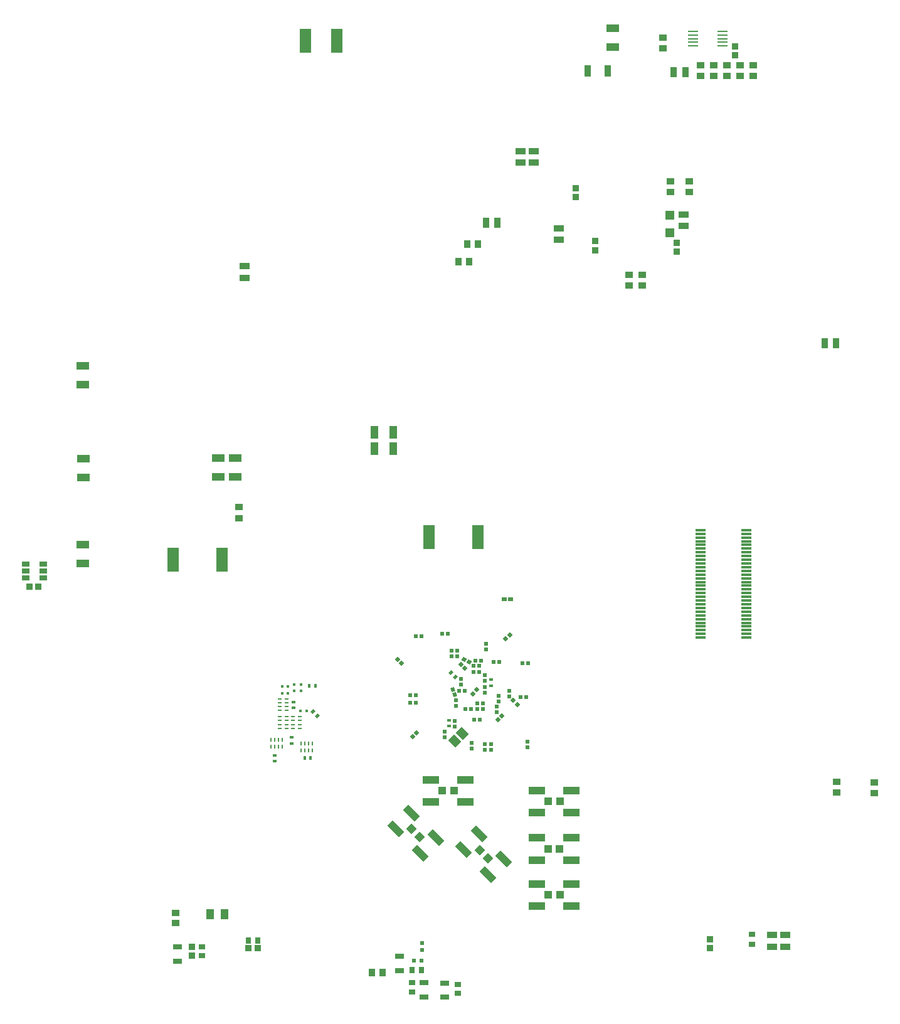
<source format=gbp>
G04 Layer_Color=16770453*
%FSLAX25Y25*%
%MOIN*%
G70*
G01*
G75*
%ADD11R,0.04724X0.04724*%
%ADD15R,0.03347X0.03543*%
%ADD16R,0.03543X0.04134*%
%ADD17R,0.03740X0.05315*%
%ADD22R,0.05315X0.03740*%
G04:AMPARAMS|DCode=25|XSize=53.15mil|YSize=43.31mil|CornerRadius=0mil|HoleSize=0mil|Usage=FLASHONLY|Rotation=315.000|XOffset=0mil|YOffset=0mil|HoleType=Round|Shape=Rectangle|*
%AMROTATEDRECTD25*
4,1,4,-0.03410,0.00348,-0.00348,0.03410,0.03410,-0.00348,0.00348,-0.03410,-0.03410,0.00348,0.0*
%
%ADD25ROTATEDRECTD25*%

%ADD28R,0.01772X0.01772*%
%ADD34R,0.03543X0.03347*%
%ADD39R,0.05118X0.02756*%
%ADD40R,0.02047X0.02205*%
%ADD41R,0.02205X0.02047*%
%ADD42R,0.01969X0.01575*%
%ADD43R,0.03347X0.02953*%
%ADD44R,0.01969X0.01969*%
%ADD51R,0.04331X0.02559*%
%ADD64R,0.04134X0.03543*%
%ADD68R,0.06693X0.04331*%
%ADD95R,0.01969X0.01969*%
%ADD96R,0.02953X0.03347*%
%ADD103R,0.04331X0.06693*%
%ADD109P,0.05568X4X270.0*%
G04:AMPARAMS|DCode=110|XSize=39.37mil|YSize=86.61mil|CornerRadius=0mil|HoleSize=0mil|Usage=FLASHONLY|Rotation=225.000|XOffset=0mil|YOffset=0mil|HoleType=Round|Shape=Rectangle|*
%AMROTATEDRECTD110*
4,1,4,-0.01670,0.04454,0.04454,-0.01670,0.01670,-0.04454,-0.04454,0.01670,-0.01670,0.04454,0.0*
%
%ADD110ROTATEDRECTD110*%

%ADD111R,0.03937X0.03937*%
%ADD112R,0.08661X0.03937*%
%ADD116R,0.01575X0.01969*%
%ADD119R,0.01772X0.01772*%
%ADD120R,0.03543X0.02756*%
G04:AMPARAMS|DCode=228|XSize=20.47mil|YSize=22.05mil|CornerRadius=0mil|HoleSize=0mil|Usage=FLASHONLY|Rotation=225.000|XOffset=0mil|YOffset=0mil|HoleType=Round|Shape=Rectangle|*
%AMROTATEDRECTD228*
4,1,4,-0.00056,0.01503,0.01503,-0.00056,0.00056,-0.01503,-0.01503,0.00056,-0.00056,0.01503,0.0*
%
%ADD228ROTATEDRECTD228*%

G04:AMPARAMS|DCode=229|XSize=15.75mil|YSize=19.69mil|CornerRadius=0mil|HoleSize=0mil|Usage=FLASHONLY|Rotation=135.000|XOffset=0mil|YOffset=0mil|HoleType=Round|Shape=Rectangle|*
%AMROTATEDRECTD229*
4,1,4,0.01253,0.00139,-0.00139,-0.01253,-0.01253,-0.00139,0.00139,0.01253,0.01253,0.00139,0.0*
%
%ADD229ROTATEDRECTD229*%

G04:AMPARAMS|DCode=230|XSize=20.47mil|YSize=22.05mil|CornerRadius=0mil|HoleSize=0mil|Usage=FLASHONLY|Rotation=20.000|XOffset=0mil|YOffset=0mil|HoleType=Round|Shape=Rectangle|*
%AMROTATEDRECTD230*
4,1,4,-0.00585,-0.01386,-0.01339,0.00686,0.00585,0.01386,0.01339,-0.00686,-0.00585,-0.01386,0.0*
%
%ADD230ROTATEDRECTD230*%

G04:AMPARAMS|DCode=231|XSize=20.47mil|YSize=22.05mil|CornerRadius=0mil|HoleSize=0mil|Usage=FLASHONLY|Rotation=135.000|XOffset=0mil|YOffset=0mil|HoleType=Round|Shape=Rectangle|*
%AMROTATEDRECTD231*
4,1,4,0.01503,0.00056,-0.00056,-0.01503,-0.01503,-0.00056,0.00056,0.01503,0.01503,0.00056,0.0*
%
%ADD231ROTATEDRECTD231*%

G04:AMPARAMS|DCode=232|XSize=20.47mil|YSize=22.05mil|CornerRadius=0mil|HoleSize=0mil|Usage=FLASHONLY|Rotation=60.000|XOffset=0mil|YOffset=0mil|HoleType=Round|Shape=Rectangle|*
%AMROTATEDRECTD232*
4,1,4,0.00443,-0.01438,-0.01467,-0.00335,-0.00443,0.01438,0.01467,0.00335,0.00443,-0.01438,0.0*
%
%ADD232ROTATEDRECTD232*%

%ADD233R,0.04134X0.05512*%
%ADD234R,0.05906X0.12600*%
%ADD235R,0.05906X0.12598*%
%ADD236R,0.05906X0.12598*%
%ADD237R,0.02000X0.01100*%
%ADD238R,0.01100X0.02000*%
%ADD239R,0.05701X0.01201*%
%ADD240R,0.03543X0.06102*%
%ADD241O,0.05906X0.00984*%
%ADD242R,0.02559X0.02362*%
%ADD243R,0.03937X0.03543*%
D11*
X407646Y612581D02*
D03*
Y622030D02*
D03*
D15*
X188508Y232405D02*
D03*
X183783D02*
D03*
X72008Y424606D02*
D03*
X67283D02*
D03*
D16*
X249191Y219506D02*
D03*
X254900D02*
D03*
X305800Y606505D02*
D03*
X300091D02*
D03*
X301000Y597305D02*
D03*
X295291D02*
D03*
D17*
X409795Y697905D02*
D03*
X415897D02*
D03*
X315997Y618006D02*
D03*
X309894D02*
D03*
X495997Y553805D02*
D03*
X489894D02*
D03*
D22*
X181646Y588654D02*
D03*
Y594757D02*
D03*
X469146Y239457D02*
D03*
Y233354D02*
D03*
X462146Y239457D02*
D03*
Y233354D02*
D03*
X415146Y622357D02*
D03*
Y616254D02*
D03*
X348646Y614957D02*
D03*
Y608854D02*
D03*
X335446Y656057D02*
D03*
Y649954D02*
D03*
X328246Y656057D02*
D03*
Y649954D02*
D03*
D25*
X293297Y342657D02*
D03*
X297194Y346554D02*
D03*
D28*
X211646Y372480D02*
D03*
Y369331D02*
D03*
X208146Y372480D02*
D03*
Y369331D02*
D03*
D34*
X411446Y607168D02*
D03*
Y602443D02*
D03*
X368146Y603343D02*
D03*
Y608068D02*
D03*
X357646Y631443D02*
D03*
Y636168D02*
D03*
X442446Y711568D02*
D03*
Y706843D02*
D03*
X153646Y233268D02*
D03*
Y228543D02*
D03*
X429046Y237168D02*
D03*
Y232443D02*
D03*
D39*
X146146Y225665D02*
D03*
Y233146D02*
D03*
X264146Y228146D02*
D03*
Y220665D02*
D03*
X277146Y206665D02*
D03*
Y214146D02*
D03*
X287946Y206565D02*
D03*
Y214046D02*
D03*
D40*
X312646Y337910D02*
D03*
Y340902D02*
D03*
X331846Y342102D02*
D03*
Y339109D02*
D03*
X302246Y338409D02*
D03*
Y341402D02*
D03*
X287946Y344510D02*
D03*
Y347502D02*
D03*
X310046Y391070D02*
D03*
Y394141D02*
D03*
X291746Y390402D02*
D03*
Y387409D02*
D03*
X309446Y377402D02*
D03*
Y374409D02*
D03*
X309246Y368210D02*
D03*
Y371202D02*
D03*
X294046Y361070D02*
D03*
Y364141D02*
D03*
X322446Y366210D02*
D03*
Y369202D02*
D03*
X316546Y366541D02*
D03*
Y363470D02*
D03*
X294646Y390502D02*
D03*
Y387509D02*
D03*
X296646Y375541D02*
D03*
Y372470D02*
D03*
X293446Y353341D02*
D03*
Y350270D02*
D03*
X309246Y340941D02*
D03*
Y337870D02*
D03*
X315746Y357770D02*
D03*
Y360841D02*
D03*
D41*
X289796Y399605D02*
D03*
X286804D02*
D03*
X332442Y384005D02*
D03*
X329450D02*
D03*
X317042Y384506D02*
D03*
X314050D02*
D03*
X304310Y385306D02*
D03*
X307381D02*
D03*
X303750Y354006D02*
D03*
X306742D02*
D03*
X305450Y359506D02*
D03*
X308442D02*
D03*
X305450Y362705D02*
D03*
X308442D02*
D03*
X303210Y379205D02*
D03*
X306281D02*
D03*
X306342Y382405D02*
D03*
X303350D02*
D03*
X328350Y366005D02*
D03*
X331342D02*
D03*
X302042Y359506D02*
D03*
X299050D02*
D03*
X295510Y369106D02*
D03*
X298581D02*
D03*
X272581Y366806D02*
D03*
X269510D02*
D03*
X272642Y362906D02*
D03*
X269650D02*
D03*
X275642Y398205D02*
D03*
X272650D02*
D03*
D42*
X290346Y353680D02*
D03*
Y350531D02*
D03*
X312746Y371931D02*
D03*
Y375080D02*
D03*
X197646Y334980D02*
D03*
Y331831D02*
D03*
X206646Y344480D02*
D03*
Y341331D02*
D03*
X207646Y363380D02*
D03*
Y360231D02*
D03*
D43*
X159146Y233366D02*
D03*
Y228445D02*
D03*
X270546Y214166D02*
D03*
Y209245D02*
D03*
X294846Y213366D02*
D03*
Y208445D02*
D03*
D44*
X276146Y235374D02*
D03*
Y231437D02*
D03*
D51*
X74670Y436646D02*
D03*
Y432905D02*
D03*
Y429165D02*
D03*
X65221D02*
D03*
Y432905D02*
D03*
Y436646D02*
D03*
D64*
X386146Y590160D02*
D03*
Y584451D02*
D03*
X393146Y590160D02*
D03*
Y584451D02*
D03*
X407846Y634251D02*
D03*
Y639960D02*
D03*
X418046Y634151D02*
D03*
Y639860D02*
D03*
X178646Y461051D02*
D03*
Y466760D02*
D03*
X516446Y320660D02*
D03*
Y314951D02*
D03*
X496346Y320860D02*
D03*
Y315151D02*
D03*
X423846Y701660D02*
D03*
Y695951D02*
D03*
X403846Y716260D02*
D03*
Y710551D02*
D03*
X430946Y701660D02*
D03*
Y695951D02*
D03*
X437946Y701660D02*
D03*
Y695951D02*
D03*
X444946Y701660D02*
D03*
Y695951D02*
D03*
X451946Y701660D02*
D03*
Y695951D02*
D03*
D68*
X377346Y711087D02*
D03*
Y721324D02*
D03*
X176646Y493024D02*
D03*
Y482787D02*
D03*
X167646Y493024D02*
D03*
Y482787D02*
D03*
X95646Y531787D02*
D03*
Y542024D02*
D03*
X96036Y482421D02*
D03*
Y492657D02*
D03*
X95646Y436787D02*
D03*
Y447024D02*
D03*
D95*
X275614Y225905D02*
D03*
X271677D02*
D03*
D96*
X188606Y236405D02*
D03*
X183685D02*
D03*
X270685Y220905D02*
D03*
X275606D02*
D03*
D103*
X260764Y497905D02*
D03*
X250528D02*
D03*
X260764Y506405D02*
D03*
X250528D02*
D03*
D109*
X270461Y295890D02*
D03*
X274831Y291521D02*
D03*
X306561Y284592D02*
D03*
X310931Y280122D02*
D03*
D110*
X270321Y304381D02*
D03*
X261970Y296030D02*
D03*
X274970Y283030D02*
D03*
X283321Y291381D02*
D03*
X306422Y293082D02*
D03*
X298070Y284731D02*
D03*
X311070Y271631D02*
D03*
X319422Y279982D02*
D03*
D111*
X343048Y310405D02*
D03*
X286648Y316106D02*
D03*
X292843D02*
D03*
X343048Y260806D02*
D03*
X349243D02*
D03*
Y310405D02*
D03*
X342948Y285206D02*
D03*
X349143D02*
D03*
D112*
X336946Y316311D02*
D03*
Y304500D02*
D03*
X280546Y322011D02*
D03*
Y310200D02*
D03*
X298946Y310200D02*
D03*
Y322011D02*
D03*
X336946Y266711D02*
D03*
Y254900D02*
D03*
X355346D02*
D03*
Y266711D02*
D03*
Y304500D02*
D03*
Y316311D02*
D03*
X336846Y291111D02*
D03*
Y279300D02*
D03*
X355246D02*
D03*
Y291111D02*
D03*
D116*
X213571Y333405D02*
D03*
X216721D02*
D03*
X219220Y371905D02*
D03*
X216071D02*
D03*
D119*
X204720Y367905D02*
D03*
X201571D02*
D03*
X204720Y371406D02*
D03*
X201571D02*
D03*
X214521Y358606D02*
D03*
X211371D02*
D03*
D120*
X451246Y239765D02*
D03*
Y234647D02*
D03*
D228*
X324388Y364063D02*
D03*
X326503Y361948D02*
D03*
X296560Y383291D02*
D03*
X298731Y381120D02*
D03*
X265003Y383748D02*
D03*
X262888Y385863D02*
D03*
D229*
X220259Y355892D02*
D03*
X218032Y358119D02*
D03*
X293659Y376692D02*
D03*
X291432Y378919D02*
D03*
D230*
X293257Y367100D02*
D03*
X292234Y369911D02*
D03*
D231*
X322503Y398963D02*
D03*
X320388Y396848D02*
D03*
X305003Y369763D02*
D03*
X302888Y367648D02*
D03*
X318404Y355963D02*
D03*
X316288Y353848D02*
D03*
X270988Y344748D02*
D03*
X273103Y346863D02*
D03*
D232*
X300841Y384457D02*
D03*
X298250Y385953D02*
D03*
D233*
X163406Y250406D02*
D03*
X170886D02*
D03*
D234*
X305638Y450906D02*
D03*
X169638Y438905D02*
D03*
D235*
X279654Y450906D02*
D03*
X143654Y438905D02*
D03*
D236*
X213978Y714505D02*
D03*
X230513D02*
D03*
D237*
X204114Y358854D02*
D03*
Y360889D02*
D03*
Y362923D02*
D03*
Y364957D02*
D03*
X200177D02*
D03*
Y362923D02*
D03*
Y360889D02*
D03*
Y358854D02*
D03*
X204114Y349354D02*
D03*
Y351389D02*
D03*
Y353423D02*
D03*
Y355457D02*
D03*
X200177D02*
D03*
Y353423D02*
D03*
Y351389D02*
D03*
Y349354D02*
D03*
X207177Y355457D02*
D03*
Y353423D02*
D03*
Y351389D02*
D03*
Y349354D02*
D03*
X211114D02*
D03*
Y351389D02*
D03*
Y353423D02*
D03*
Y355457D02*
D03*
D238*
X195595Y339437D02*
D03*
X197629D02*
D03*
X199663D02*
D03*
X201697D02*
D03*
Y343374D02*
D03*
X199663D02*
D03*
X197629D02*
D03*
X195595D02*
D03*
X211595Y337437D02*
D03*
X213629D02*
D03*
X215663D02*
D03*
X217697D02*
D03*
Y341374D02*
D03*
X215663D02*
D03*
X213629D02*
D03*
X211595D02*
D03*
D239*
X424046Y415235D02*
D03*
Y417204D02*
D03*
X448345Y397519D02*
D03*
X424046Y397519D02*
D03*
X448345Y399487D02*
D03*
X424046D02*
D03*
X448345Y401456D02*
D03*
X424046D02*
D03*
X448345Y403424D02*
D03*
X424046D02*
D03*
X448345Y405393D02*
D03*
X424046D02*
D03*
X448345Y407361D02*
D03*
X424046D02*
D03*
X448345Y409330D02*
D03*
X424046D02*
D03*
X448345Y411298D02*
D03*
X424046D02*
D03*
X448345Y413267D02*
D03*
X424046D02*
D03*
X448345Y415235D02*
D03*
Y417204D02*
D03*
Y419172D02*
D03*
X424046Y419172D02*
D03*
X448345Y421141D02*
D03*
Y423109D02*
D03*
Y425078D02*
D03*
X424046D02*
D03*
X448345Y427046D02*
D03*
X424046D02*
D03*
X448345Y429015D02*
D03*
X424046D02*
D03*
X448345Y430983D02*
D03*
X424046D02*
D03*
X448345Y432952D02*
D03*
X424046D02*
D03*
X448345Y434921D02*
D03*
X424046Y434921D02*
D03*
X448345Y436889D02*
D03*
X424046Y436889D02*
D03*
X448345Y438858D02*
D03*
X424046D02*
D03*
X448345Y440826D02*
D03*
X424046D02*
D03*
X448345Y442795D02*
D03*
X424046D02*
D03*
X448345Y444763D02*
D03*
Y446732D02*
D03*
Y448700D02*
D03*
X424046Y448700D02*
D03*
X448345Y450668D02*
D03*
X424046D02*
D03*
X448345Y452637D02*
D03*
X424046D02*
D03*
X448345Y454605D02*
D03*
X424046D02*
D03*
Y423109D02*
D03*
Y421141D02*
D03*
Y446732D02*
D03*
Y444763D02*
D03*
D240*
X374562Y698705D02*
D03*
X364129D02*
D03*
D241*
X419872Y711768D02*
D03*
Y713737D02*
D03*
Y715705D02*
D03*
Y717674D02*
D03*
Y719642D02*
D03*
X435620Y711768D02*
D03*
Y713737D02*
D03*
Y715705D02*
D03*
Y717674D02*
D03*
Y719642D02*
D03*
D242*
X323119Y417805D02*
D03*
X319772D02*
D03*
D243*
X144846Y251065D02*
D03*
Y245947D02*
D03*
M02*

</source>
